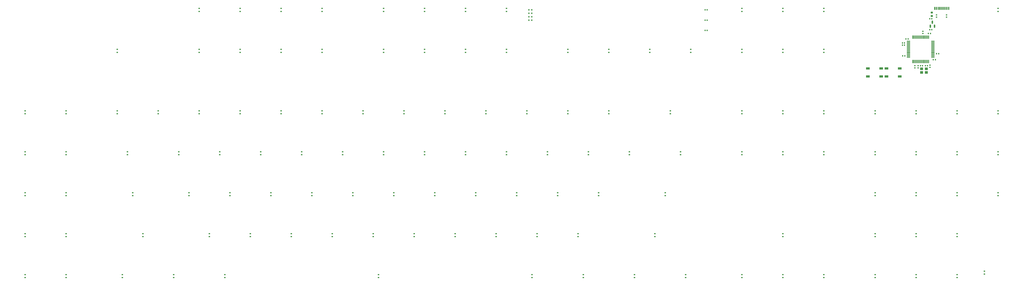
<source format=gbr>
%TF.GenerationSoftware,KiCad,Pcbnew,(6.0.0)*%
%TF.CreationDate,2022-04-04T19:04:30-04:00*%
%TF.ProjectId,SweetBusiness,53776565-7442-4757-9369-6e6573732e6b,rev?*%
%TF.SameCoordinates,Original*%
%TF.FileFunction,Paste,Bot*%
%TF.FilePolarity,Positive*%
%FSLAX46Y46*%
G04 Gerber Fmt 4.6, Leading zero omitted, Abs format (unit mm)*
G04 Created by KiCad (PCBNEW (6.0.0)) date 2022-04-04 19:04:30*
%MOMM*%
%LPD*%
G01*
G04 APERTURE LIST*
G04 Aperture macros list*
%AMRoundRect*
0 Rectangle with rounded corners*
0 $1 Rounding radius*
0 $2 $3 $4 $5 $6 $7 $8 $9 X,Y pos of 4 corners*
0 Add a 4 corners polygon primitive as box body*
4,1,4,$2,$3,$4,$5,$6,$7,$8,$9,$2,$3,0*
0 Add four circle primitives for the rounded corners*
1,1,$1+$1,$2,$3*
1,1,$1+$1,$4,$5*
1,1,$1+$1,$6,$7*
1,1,$1+$1,$8,$9*
0 Add four rect primitives between the rounded corners*
20,1,$1+$1,$2,$3,$4,$5,0*
20,1,$1+$1,$4,$5,$6,$7,0*
20,1,$1+$1,$6,$7,$8,$9,0*
20,1,$1+$1,$8,$9,$2,$3,0*%
G04 Aperture macros list end*
%ADD10R,0.700000X0.600000*%
%ADD11RoundRect,0.147500X-0.147500X-0.172500X0.147500X-0.172500X0.147500X0.172500X-0.147500X0.172500X0*%
%ADD12RoundRect,0.075000X0.075000X-0.700000X0.075000X0.700000X-0.075000X0.700000X-0.075000X-0.700000X0*%
%ADD13RoundRect,0.075000X0.700000X-0.075000X0.700000X0.075000X-0.700000X0.075000X-0.700000X-0.075000X0*%
%ADD14RoundRect,0.147500X0.147500X0.172500X-0.147500X0.172500X-0.147500X-0.172500X0.147500X-0.172500X0*%
%ADD15R,0.600000X0.700000*%
%ADD16R,1.400000X1.200000*%
%ADD17RoundRect,0.147500X-0.172500X0.147500X-0.172500X-0.147500X0.172500X-0.147500X0.172500X0.147500X0*%
%ADD18RoundRect,0.147500X0.172500X-0.147500X0.172500X0.147500X-0.172500X0.147500X-0.172500X-0.147500X0*%
%ADD19RoundRect,0.218750X-0.256250X0.218750X-0.256250X-0.218750X0.256250X-0.218750X0.256250X0.218750X0*%
%ADD20R,1.800000X1.100000*%
%ADD21R,0.600000X1.450000*%
%ADD22R,0.300000X1.450000*%
%ADD23RoundRect,0.150000X0.150000X-0.587500X0.150000X0.587500X-0.150000X0.587500X-0.150000X-0.587500X0*%
G04 APERTURE END LIST*
D10*
%TO.C,D88*%
X369887500Y-214406250D03*
X369887500Y-215806250D03*
%TD*%
%TO.C,D11*%
X424656250Y-128681250D03*
X424656250Y-130081250D03*
%TD*%
%TO.C,D25*%
X405606250Y-147731250D03*
X405606250Y-149131250D03*
%TD*%
%TO.C,D103*%
X291306250Y-233456250D03*
X291306250Y-234856250D03*
%TD*%
%TO.C,D89*%
X467518750Y-214406250D03*
X467518750Y-215806250D03*
%TD*%
%TO.C,D71*%
X486568750Y-195356250D03*
X486568750Y-196756250D03*
%TD*%
%TO.C,D47*%
X467518750Y-176306250D03*
X467518750Y-177706250D03*
%TD*%
%TO.C,D59*%
X238918750Y-195356250D03*
X238918750Y-196756250D03*
%TD*%
%TO.C,D51*%
X72231250Y-195356250D03*
X72231250Y-196756250D03*
%TD*%
%TO.C,D82*%
X243681250Y-214406250D03*
X243681250Y-215806250D03*
%TD*%
D11*
%TO.C,C7*%
X492910000Y-138557000D03*
X493880000Y-138557000D03*
%TD*%
D10*
%TO.C,D124*%
X467518750Y-252506250D03*
X467518750Y-253906250D03*
%TD*%
%TO.C,D125*%
X486568750Y-252506250D03*
X486568750Y-253906250D03*
%TD*%
%TO.C,D78*%
X167481250Y-214406250D03*
X167481250Y-215806250D03*
%TD*%
%TO.C,D58*%
X219868750Y-195356250D03*
X219868750Y-196756250D03*
%TD*%
%TO.C,D1*%
X115093750Y-147731250D03*
X115093750Y-149131250D03*
%TD*%
%TO.C,D116*%
X236537500Y-252506250D03*
X236537500Y-253906250D03*
%TD*%
%TO.C,D27*%
X443706250Y-147731250D03*
X443706250Y-149131250D03*
%TD*%
%TO.C,D24*%
X381793750Y-147731250D03*
X381793750Y-149131250D03*
%TD*%
%TO.C,D17*%
X238918750Y-147731250D03*
X238918750Y-149131250D03*
%TD*%
%TO.C,D43*%
X372268750Y-176306250D03*
X372268750Y-177706250D03*
%TD*%
%TO.C,D113*%
X117475000Y-252506250D03*
X117475000Y-253906250D03*
%TD*%
%TO.C,D76*%
X122237500Y-214406250D03*
X122237500Y-215806250D03*
%TD*%
%TO.C,D60*%
X257968750Y-195356250D03*
X257968750Y-196756250D03*
%TD*%
%TO.C,D20*%
X296068750Y-147731250D03*
X296068750Y-149131250D03*
%TD*%
%TO.C,D72*%
X505618750Y-195356250D03*
X505618750Y-196756250D03*
%TD*%
%TO.C,D54*%
X143668750Y-195356250D03*
X143668750Y-196756250D03*
%TD*%
D12*
%TO.C,U0*%
X492446000Y-153376000D03*
X491946000Y-153376000D03*
X491446000Y-153376000D03*
X490946000Y-153376000D03*
X490446000Y-153376000D03*
X489946000Y-153376000D03*
X489446000Y-153376000D03*
X488946000Y-153376000D03*
X488446000Y-153376000D03*
X487946000Y-153376000D03*
X487446000Y-153376000D03*
X486946000Y-153376000D03*
X486446000Y-153376000D03*
X485946000Y-153376000D03*
X485446000Y-153376000D03*
X484946000Y-153376000D03*
D13*
X483021000Y-151451000D03*
X483021000Y-150951000D03*
X483021000Y-150451000D03*
X483021000Y-149951000D03*
X483021000Y-149451000D03*
X483021000Y-148951000D03*
X483021000Y-148451000D03*
X483021000Y-147951000D03*
X483021000Y-147451000D03*
X483021000Y-146951000D03*
X483021000Y-146451000D03*
X483021000Y-145951000D03*
X483021000Y-145451000D03*
X483021000Y-144951000D03*
X483021000Y-144451000D03*
X483021000Y-143951000D03*
D12*
X484946000Y-142026000D03*
X485446000Y-142026000D03*
X485946000Y-142026000D03*
X486446000Y-142026000D03*
X486946000Y-142026000D03*
X487446000Y-142026000D03*
X487946000Y-142026000D03*
X488446000Y-142026000D03*
X488946000Y-142026000D03*
X489446000Y-142026000D03*
X489946000Y-142026000D03*
X490446000Y-142026000D03*
X490946000Y-142026000D03*
X491446000Y-142026000D03*
X491946000Y-142026000D03*
X492446000Y-142026000D03*
D13*
X494371000Y-143951000D03*
X494371000Y-144451000D03*
X494371000Y-144951000D03*
X494371000Y-145451000D03*
X494371000Y-145951000D03*
X494371000Y-146451000D03*
X494371000Y-146951000D03*
X494371000Y-147451000D03*
X494371000Y-147951000D03*
X494371000Y-148451000D03*
X494371000Y-148951000D03*
X494371000Y-149451000D03*
X494371000Y-149951000D03*
X494371000Y-150451000D03*
X494371000Y-150951000D03*
X494371000Y-151451000D03*
%TD*%
D14*
%TO.C,C3*%
X493245000Y-140335000D03*
X492275000Y-140335000D03*
%TD*%
D15*
%TO.C,DT4*%
X306481250Y-134143750D03*
X307881250Y-134143750D03*
%TD*%
D10*
%TO.C,D57*%
X200818750Y-195356250D03*
X200818750Y-196756250D03*
%TD*%
%TO.C,D101*%
X253206250Y-233456250D03*
X253206250Y-234856250D03*
%TD*%
%TO.C,D2*%
X153193750Y-128681250D03*
X153193750Y-130081250D03*
%TD*%
%TO.C,D120*%
X379412500Y-252506250D03*
X379412500Y-253906250D03*
%TD*%
%TO.C,D95*%
X127000000Y-233456250D03*
X127000000Y-234856250D03*
%TD*%
%TO.C,D8*%
X277018750Y-128681250D03*
X277018750Y-130081250D03*
%TD*%
D15*
%TO.C,DT1*%
X306481250Y-129381250D03*
X307881250Y-129381250D03*
%TD*%
D10*
%TO.C,D63*%
X315118750Y-195356250D03*
X315118750Y-196756250D03*
%TD*%
%TO.C,D80*%
X205581250Y-214406250D03*
X205581250Y-215806250D03*
%TD*%
D14*
%TO.C,CV1*%
X481180000Y-144780000D03*
X480210000Y-144780000D03*
%TD*%
D11*
%TO.C,RL2*%
X388452500Y-134143750D03*
X389422500Y-134143750D03*
%TD*%
D10*
%TO.C,D12*%
X443706250Y-128681250D03*
X443706250Y-130081250D03*
%TD*%
%TO.C,D3*%
X172243750Y-128681250D03*
X172243750Y-130081250D03*
%TD*%
%TO.C,D34*%
X191293750Y-176306250D03*
X191293750Y-177706250D03*
%TD*%
%TO.C,D104*%
X310356250Y-233456250D03*
X310356250Y-234856250D03*
%TD*%
D16*
%TO.C,Y1*%
X491320000Y-158457000D03*
X489120000Y-158457000D03*
X489120000Y-156757000D03*
X491320000Y-156757000D03*
%TD*%
D10*
%TO.C,D61*%
X277018750Y-195356250D03*
X277018750Y-196756250D03*
%TD*%
%TO.C,D97*%
X177006250Y-233456250D03*
X177006250Y-234856250D03*
%TD*%
D17*
%TO.C,C9*%
X487553000Y-155344000D03*
X487553000Y-156314000D03*
%TD*%
D10*
%TO.C,D13*%
X153193750Y-147731250D03*
X153193750Y-149131250D03*
%TD*%
%TO.C,D118*%
X331787500Y-252506250D03*
X331787500Y-253906250D03*
%TD*%
%TO.C,D45*%
X424656250Y-176306250D03*
X424656250Y-177706250D03*
%TD*%
%TO.C,D70*%
X467518750Y-195356250D03*
X467518750Y-196756250D03*
%TD*%
%TO.C,D91*%
X505618750Y-214406250D03*
X505618750Y-215806250D03*
%TD*%
%TO.C,D36*%
X229393750Y-176306250D03*
X229393750Y-177706250D03*
%TD*%
D18*
%TO.C,R3*%
X500761000Y-132692000D03*
X500761000Y-131722000D03*
%TD*%
D14*
%TO.C,RB1*%
X481180000Y-145796000D03*
X480210000Y-145796000D03*
%TD*%
D10*
%TO.C,D79*%
X186531250Y-214406250D03*
X186531250Y-215806250D03*
%TD*%
%TO.C,D117*%
X307975000Y-252506250D03*
X307975000Y-253906250D03*
%TD*%
D17*
%TO.C,RB2*%
X489712000Y-139342000D03*
X489712000Y-140312000D03*
%TD*%
D10*
%TO.C,D39*%
X286543750Y-176306250D03*
X286543750Y-177706250D03*
%TD*%
%TO.C,D111*%
X72231250Y-252506250D03*
X72231250Y-253906250D03*
%TD*%
%TO.C,D22*%
X343693750Y-147731250D03*
X343693750Y-149131250D03*
%TD*%
%TO.C,D53*%
X119856250Y-195356250D03*
X119856250Y-196756250D03*
%TD*%
%TO.C,D6*%
X238918750Y-128681250D03*
X238918750Y-130081250D03*
%TD*%
D19*
%TO.C,F0*%
X493903000Y-130657500D03*
X493903000Y-132232500D03*
%TD*%
D10*
%TO.C,D92*%
X524668750Y-214406250D03*
X524668750Y-215806250D03*
%TD*%
%TO.C,D38*%
X267493750Y-176306250D03*
X267493750Y-177706250D03*
%TD*%
%TO.C,D110*%
X505618750Y-233456250D03*
X505618750Y-234856250D03*
%TD*%
%TO.C,D115*%
X165100000Y-252506250D03*
X165100000Y-253906250D03*
%TD*%
%TO.C,D84*%
X281781250Y-214406250D03*
X281781250Y-215806250D03*
%TD*%
%TO.C,DR1*%
X524668750Y-128681250D03*
X524668750Y-130081250D03*
%TD*%
%TO.C,D18*%
X257968750Y-147731250D03*
X257968750Y-149131250D03*
%TD*%
%TO.C,D77*%
X148431250Y-214406250D03*
X148431250Y-215806250D03*
%TD*%
%TO.C,D83*%
X262731250Y-214406250D03*
X262731250Y-215806250D03*
%TD*%
%TO.C,D29*%
X91281250Y-176306250D03*
X91281250Y-177706250D03*
%TD*%
D17*
%TO.C,C1*%
X486003600Y-155344000D03*
X486003600Y-156314000D03*
%TD*%
D10*
%TO.C,D85*%
X300831250Y-214406250D03*
X300831250Y-215806250D03*
%TD*%
%TO.C,D16*%
X210343750Y-147731250D03*
X210343750Y-149131250D03*
%TD*%
%TO.C,D74*%
X72231250Y-214406250D03*
X72231250Y-215806250D03*
%TD*%
D11*
%TO.C,C2*%
X494561000Y-152527000D03*
X495531000Y-152527000D03*
%TD*%
D10*
%TO.C,D68*%
X424656250Y-195356250D03*
X424656250Y-196756250D03*
%TD*%
%TO.C,D28*%
X72231250Y-176306250D03*
X72231250Y-177706250D03*
%TD*%
%TO.C,D35*%
X210343750Y-176306250D03*
X210343750Y-177706250D03*
%TD*%
%TO.C,D33*%
X172243750Y-176306250D03*
X172243750Y-177706250D03*
%TD*%
%TO.C,D14*%
X172243750Y-147731250D03*
X172243750Y-149131250D03*
%TD*%
%TO.C,D106*%
X365125000Y-233456250D03*
X365125000Y-234856250D03*
%TD*%
%TO.C,D67*%
X405606250Y-195356250D03*
X405606250Y-196756250D03*
%TD*%
%TO.C,D10*%
X405606250Y-128681250D03*
X405606250Y-130081250D03*
%TD*%
%TO.C,D30*%
X115093750Y-176306250D03*
X115093750Y-177706250D03*
%TD*%
D20*
%TO.C,S1*%
X470333000Y-160346000D03*
X464133000Y-160346000D03*
X464133000Y-156646000D03*
X470333000Y-156646000D03*
%TD*%
D10*
%TO.C,D62*%
X296068750Y-195356250D03*
X296068750Y-196756250D03*
%TD*%
%TO.C,D41*%
X324643750Y-176306250D03*
X324643750Y-177706250D03*
%TD*%
D17*
%TO.C,R2*%
X496062000Y-131722000D03*
X496062000Y-132692000D03*
%TD*%
D10*
%TO.C,D109*%
X486568750Y-233456250D03*
X486568750Y-234856250D03*
%TD*%
%TO.C,D98*%
X196056250Y-233456250D03*
X196056250Y-234856250D03*
%TD*%
%TO.C,D100*%
X234156250Y-233456250D03*
X234156250Y-234856250D03*
%TD*%
%TO.C,D19*%
X277018750Y-147731250D03*
X277018750Y-149131250D03*
%TD*%
D14*
%TO.C,CL2*%
X489562000Y-155321000D03*
X488592000Y-155321000D03*
%TD*%
D11*
%TO.C,C8*%
X492910000Y-133477000D03*
X493880000Y-133477000D03*
%TD*%
D10*
%TO.C,D50*%
X524668750Y-176306250D03*
X524668750Y-177706250D03*
%TD*%
%TO.C,D69*%
X443706250Y-195356250D03*
X443706250Y-196756250D03*
%TD*%
%TO.C,D55*%
X162718750Y-195356250D03*
X162718750Y-196756250D03*
%TD*%
%TO.C,D23*%
X362743750Y-147731250D03*
X362743750Y-149131250D03*
%TD*%
%TO.C,D75*%
X91281250Y-214406250D03*
X91281250Y-215806250D03*
%TD*%
D11*
%TO.C,RL1*%
X388452500Y-129381250D03*
X389422500Y-129381250D03*
%TD*%
D10*
%TO.C,D56*%
X181768750Y-195356250D03*
X181768750Y-196756250D03*
%TD*%
%TO.C,D4*%
X191293750Y-128681250D03*
X191293750Y-130081250D03*
%TD*%
%TO.C,D64*%
X334168750Y-195356250D03*
X334168750Y-196756250D03*
%TD*%
%TO.C,D127*%
X518318750Y-252318750D03*
X518318750Y-250918750D03*
%TD*%
%TO.C,D5*%
X210343750Y-128681250D03*
X210343750Y-130081250D03*
%TD*%
%TO.C,D65*%
X353218750Y-195356250D03*
X353218750Y-196756250D03*
%TD*%
%TO.C,D42*%
X343693750Y-176306250D03*
X343693750Y-177706250D03*
%TD*%
%TO.C,D108*%
X467518750Y-233456250D03*
X467518750Y-234856250D03*
%TD*%
%TO.C,D73*%
X524668750Y-195356250D03*
X524668750Y-196756250D03*
%TD*%
%TO.C,D93*%
X72231250Y-233456250D03*
X72231250Y-234856250D03*
%TD*%
%TO.C,D7*%
X257968750Y-128681250D03*
X257968750Y-130081250D03*
%TD*%
%TO.C,D119*%
X355600000Y-252506250D03*
X355600000Y-253906250D03*
%TD*%
%TO.C,D96*%
X157956250Y-233456250D03*
X157956250Y-234856250D03*
%TD*%
D14*
%TO.C,CL1*%
X491848000Y-155321000D03*
X490878000Y-155321000D03*
%TD*%
D10*
%TO.C,D112*%
X91281250Y-252506250D03*
X91281250Y-253906250D03*
%TD*%
%TO.C,D40*%
X305593750Y-176306250D03*
X305593750Y-177706250D03*
%TD*%
%TO.C,D87*%
X338931250Y-214406250D03*
X338931250Y-215806250D03*
%TD*%
%TO.C,D31*%
X134143750Y-176306250D03*
X134143750Y-177706250D03*
%TD*%
%TO.C,D94*%
X91281250Y-233456250D03*
X91281250Y-234856250D03*
%TD*%
D14*
%TO.C,C5*%
X482831000Y-142875000D03*
X481861000Y-142875000D03*
%TD*%
D10*
%TO.C,D49*%
X505618750Y-176306250D03*
X505618750Y-177706250D03*
%TD*%
%TO.C,D48*%
X486568750Y-176306250D03*
X486568750Y-177706250D03*
%TD*%
%TO.C,D102*%
X272256250Y-233456250D03*
X272256250Y-234856250D03*
%TD*%
D11*
%TO.C,R1*%
X496085000Y-149733000D03*
X497055000Y-149733000D03*
%TD*%
D10*
%TO.C,D46*%
X443706250Y-176306250D03*
X443706250Y-177706250D03*
%TD*%
D21*
%TO.C,J0*%
X495225000Y-128663750D03*
X496025000Y-128663750D03*
D22*
X497225000Y-128663750D03*
X498225000Y-128663750D03*
X498725000Y-128663750D03*
X499725000Y-128663750D03*
D21*
X500925000Y-128663750D03*
X501725000Y-128663750D03*
X501725000Y-128663750D03*
X500925000Y-128663750D03*
D22*
X500225000Y-128663750D03*
X499225000Y-128663750D03*
X497725000Y-128663750D03*
X496725000Y-128663750D03*
D21*
X496025000Y-128663750D03*
X495225000Y-128663750D03*
%TD*%
D10*
%TO.C,D90*%
X486568750Y-214406250D03*
X486568750Y-215806250D03*
%TD*%
%TO.C,D107*%
X424656250Y-233456250D03*
X424656250Y-234856250D03*
%TD*%
D17*
%TO.C,C6*%
X493014000Y-155090000D03*
X493014000Y-156060000D03*
%TD*%
D10*
%TO.C,D126*%
X505618750Y-252506250D03*
X505618750Y-253906250D03*
%TD*%
%TO.C,D114*%
X141287500Y-252506250D03*
X141287500Y-253906250D03*
%TD*%
%TO.C,D26*%
X424656250Y-147731250D03*
X424656250Y-149131250D03*
%TD*%
%TO.C,D15*%
X191293750Y-147731250D03*
X191293750Y-149131250D03*
%TD*%
%TO.C,D44*%
X405606250Y-176306250D03*
X405606250Y-177706250D03*
%TD*%
D20*
%TO.C,S2*%
X478969000Y-160346000D03*
X472769000Y-160346000D03*
X478969000Y-156646000D03*
X472769000Y-156646000D03*
%TD*%
D10*
%TO.C,D99*%
X215106250Y-233456250D03*
X215106250Y-234856250D03*
%TD*%
%TO.C,D123*%
X443706250Y-252506250D03*
X443706250Y-253906250D03*
%TD*%
%TO.C,D52*%
X91281250Y-195356250D03*
X91281250Y-196756250D03*
%TD*%
%TO.C,D37*%
X248443750Y-176306250D03*
X248443750Y-177706250D03*
%TD*%
%TO.C,D66*%
X377031250Y-195356250D03*
X377031250Y-196756250D03*
%TD*%
D11*
%TO.C,RL3*%
X388452500Y-138906250D03*
X389422500Y-138906250D03*
%TD*%
D10*
%TO.C,D105*%
X329406250Y-233456250D03*
X329406250Y-234856250D03*
%TD*%
%TO.C,D81*%
X224631250Y-214406250D03*
X224631250Y-215806250D03*
%TD*%
D23*
%TO.C,U1*%
X495107000Y-136954500D03*
X493207000Y-136954500D03*
X494157000Y-135079500D03*
%TD*%
D10*
%TO.C,D121*%
X405606250Y-252506250D03*
X405606250Y-253906250D03*
%TD*%
%TO.C,D32*%
X153193750Y-176306250D03*
X153193750Y-177706250D03*
%TD*%
D14*
%TO.C,C4*%
X481307000Y-150749000D03*
X480337000Y-150749000D03*
%TD*%
D10*
%TO.C,D122*%
X424656250Y-252506250D03*
X424656250Y-253906250D03*
%TD*%
D15*
%TO.C,DT3*%
X306481250Y-132556250D03*
X307881250Y-132556250D03*
%TD*%
D10*
%TO.C,D86*%
X319881250Y-214406250D03*
X319881250Y-215806250D03*
%TD*%
D15*
%TO.C,DT2*%
X306481250Y-130968750D03*
X307881250Y-130968750D03*
%TD*%
D10*
%TO.C,D9*%
X296068750Y-128681250D03*
X296068750Y-130081250D03*
%TD*%
%TO.C,D21*%
X324643750Y-147731250D03*
X324643750Y-149131250D03*
%TD*%
M02*

</source>
